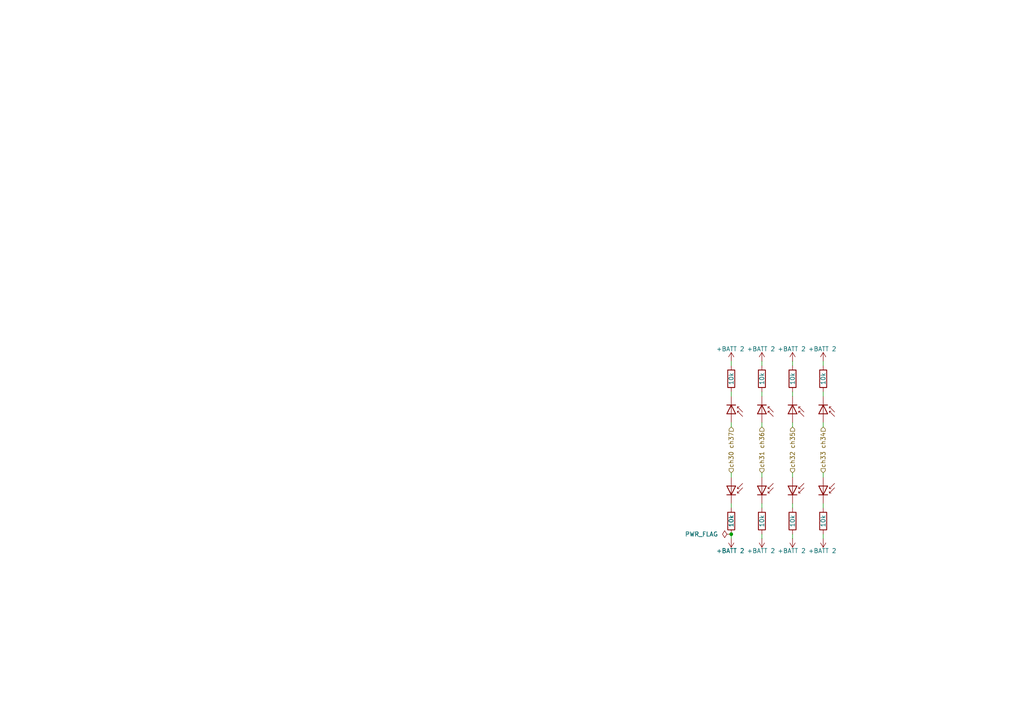
<source format=kicad_sch>
(kicad_sch (version 20231120) (generator "eeschema") (generator_version "8.0")
  (paper "A4")
  (lib_symbols
    (symbol "Device:D_SiPM" (pin_numbers hide) (pin_names hide)
      (property "Reference" "D" (at 1.778 1.778 0))
      (property "Value" "D_SiPM" (at 0.254 -2.794 0))
      (symbol "D_SiPM_0_1"
        (polyline (pts (xy -1.27 0) (xy 1.27 0)))
        (polyline (pts (xy -1.27 1.27) (xy -1.27 -1.27)) (stroke (width 0.254)))
        (polyline (pts (xy -0.762 1.778) (xy -0.254 1.778)))
        (polyline (pts (xy 1.27 1.27) (xy 1.27 -1.27)) (stroke (width 0.254)))
        (polyline (pts (xy 0.762 3.302) (xy -0.762 1.778) (xy -0.762 2.286)))
        (polyline (pts (xy 1.27 1.27) (xy -1.27 0) (xy 1.27 -1.27)) (stroke (width 0.254)))
        (polyline (pts (xy 2.032 3.302) (xy 0.508 1.778) (xy 0.508 2.286) (xy 0.508 1.778) (xy 1.016 1.778)))
      )
      (symbol "D_SiPM_1_1"
        (pin passive line (at -3.81 0 0) (length 2.54) (name "K") (number "1"))
        (pin passive line (at 3.81 0 180) (length 2.54) (name "A") (number "2"))
      )
    )
    (symbol "Device:R" (pin_numbers hide) (pin_names (offset 0))
      (property "Reference" "R" (at 2.032 0 90))
      (property "Value" "R" (at 0 0 90))
      (symbol "R_0_1"
        (rectangle (start -1.016 -2.54) (end 1.016 2.54) (stroke (width 0.254)))
      )
      (symbol "R_1_1"
        (pin passive line (at 0 3.81 270) (length 1.27) (name "~") (number "1"))
        (pin passive line (at 0 -3.81 90) (length 1.27) (name "~") (number "2"))
      )
    )
    (symbol "power:+BATT" (power) (pin_numbers hide) (pin_names (offset 0) hide)
      (property "Value" "+BATT" (at 0 3.556 0))
      (symbol "+BATT_0_1"
        (polyline (pts (xy -0.762 1.27) (xy 0 2.54)))
        (polyline (pts (xy 0 0) (xy 0 2.54)))
        (polyline (pts (xy 0 2.54) (xy 0.762 1.27)))
      )
      (symbol "+BATT_1_1"
        (pin power_in line (at 0 0 90) (length 0) (name "~") (number "1"))
      )
    )
    (symbol "power:PWR_FLAG" (power) (pin_numbers hide) (pin_names (offset 0) hide)
      (property "Value" "PWR_FLAG" (at 0 3.81 0))
      (symbol "PWR_FLAG_0_0"
        (pin power_out line (at 0 0 90) (length 0) (name "~") (number "1"))
      )
      (symbol "PWR_FLAG_0_1"
        (polyline (pts (xy 0 0) (xy 0 1.27) (xy -1.016 1.905) (xy 0 2.54) (xy 1.016 1.905) (xy 0 1.27)))
      )
    )
  )
  (junction (at 212.09 154.94))
  (wire (pts (xy 238.76 146.05) (xy 238.76 147.32)))
  (wire (pts (xy 220.98 154.94) (xy 220.98 156.21)))
  (wire (pts (xy 238.76 137.16) (xy 238.76 138.43)))
  (wire (pts (xy 212.09 146.05) (xy 212.09 147.32)))
  (wire (pts (xy 229.87 137.16) (xy 229.87 138.43)))
  (wire (pts (xy 229.87 123.825) (xy 229.87 122.555)))
  (wire (pts (xy 220.98 114.935) (xy 220.98 113.665)))
  (wire (pts (xy 229.87 154.94) (xy 229.87 156.21)))
  (wire (pts (xy 220.98 123.825) (xy 220.98 122.555)))
  (wire (pts (xy 212.09 154.94) (xy 212.09 156.21)))
  (wire (pts (xy 212.09 123.825) (xy 212.09 122.555)))
  (wire (pts (xy 238.76 123.825) (xy 238.76 122.555)))
  (wire (pts (xy 238.76 114.935) (xy 238.76 113.665)))
  (wire (pts (xy 238.76 154.94) (xy 238.76 156.21)))
  (wire (pts (xy 212.09 106.045) (xy 212.09 104.775)))
  (wire (pts (xy 238.76 106.045) (xy 238.76 104.775)))
  (wire (pts (xy 229.87 114.935) (xy 229.87 113.665)))
  (wire (pts (xy 220.98 106.045) (xy 220.98 104.775)))
  (wire (pts (xy 220.98 146.05) (xy 220.98 147.32)))
  (wire (pts (xy 212.09 137.16) (xy 212.09 138.43)))
  (wire (pts (xy 220.98 137.16) (xy 220.98 138.43)))
  (wire (pts (xy 229.87 146.05) (xy 229.87 147.32)))
  (wire (pts (xy 212.09 114.935) (xy 212.09 113.665)))
  (wire (pts (xy 229.87 106.045) (xy 229.87 104.775)))
  (hierarchical_label "ch35" (shape input) (at 229.87 123.825 270))
  (hierarchical_label "ch34" (shape input) (at 238.76 123.825 270))
  (hierarchical_label "ch33" (shape input) (at 238.76 137.16 90))
  (hierarchical_label "ch31" (shape input) (at 220.98 137.16 90))
  (hierarchical_label "ch36" (shape input) (at 220.98 123.825 270))
  (hierarchical_label "ch37" (shape input) (at 212.09 123.825 270))
  (hierarchical_label "ch32" (shape input) (at 229.87 137.16 90))
  (hierarchical_label "ch30" (shape input) (at 212.09 137.16 90))
  (symbol (lib_id "Device:R") (at 212.09 151.13 0) (mirror x) (unit 1)
    (property "Reference" "R7" (effects (hide yes)))
    (property "Value" "10k" (at 212.09 151.13 90))
    (property "Footprint" "kicad-mza:0603" (effects (hide yes)))
    (property "Description" "Resistor" (effects (hide yes)))
  )
  (symbol (lib_id "Device:R") (at 229.87 109.855 0) (unit 1)
    (property "Reference" "R21" (effects (hide yes)))
    (property "Value" "10k" (at 229.87 109.855 90))
    (property "Footprint" "kicad-mza:0603" (effects (hide yes)))
    (property "Description" "Resistor" (effects (hide yes)))
  )
  (symbol (lib_id "Device:D_SiPM") (at 212.09 142.24 270) (mirror x) (unit 1)
    (property "Reference" "D7" (effects (hide yes)))
    (property "Value" "D_SiPM" (effects (hide yes)))
    (property "Footprint" "kicad-mza:Hamamatsu_S10362-11-100P-plus" (effects (hide yes)))
    (property "Description" "Silicon photomultiplier" (effects (hide yes)))
  )
  (symbol (lib_id "power:PWR_FLAG") (at 212.09 154.94 90) (unit 1)
    (property "Reference" "#FLG02" (effects (hide yes)))
    (property "Value" "PWR_FLAG" (at 208.28 154.9399 90) (effects (justify left)))
    (property "Description" "Special symbol for telling ERC where power comes from" (effects (hide yes)))
  )
  (symbol (lib_id "power:+BATT") (at 220.98 156.21 0) (mirror x) (unit 1)
    (property "Reference" "#PWR020" (effects (hide yes)))
    (property "Value" "+BATT 2" (at 220.726 159.766 0))
    (property "Description" "Power symbol creates a global label with name \"+BATT\"" (effects (hide yes)))
  )
  (symbol (lib_id "Device:R") (at 238.76 109.855 0) (unit 1)
    (property "Reference" "R22" (effects (hide yes)))
    (property "Value" "10k" (at 238.76 109.855 90))
    (property "Footprint" "kicad-mza:0603" (effects (hide yes)))
    (property "Description" "Resistor" (effects (hide yes)))
  )
  (symbol (lib_id "power:+BATT") (at 238.76 104.775 0) (unit 1)
    (property "Reference" "#PWR022" (effects (hide yes)))
    (property "Value" "+BATT 2" (at 238.506 101.219 0))
    (property "Description" "Power symbol creates a global label with name \"+BATT\"" (effects (hide yes)))
  )
  (symbol (lib_id "Device:R") (at 220.98 109.855 0) (unit 1)
    (property "Reference" "R19" (effects (hide yes)))
    (property "Value" "10k" (at 220.98 109.855 90))
    (property "Footprint" "kicad-mza:0603" (effects (hide yes)))
    (property "Description" "Resistor" (effects (hide yes)))
  )
  (symbol (lib_id "power:+BATT") (at 229.87 104.775 0) (unit 1)
    (property "Reference" "#PWR021" (effects (hide yes)))
    (property "Value" "+BATT 2" (at 229.616 101.219 0))
    (property "Description" "Power symbol creates a global label with name \"+BATT\"" (effects (hide yes)))
  )
  (symbol (lib_id "Device:D_SiPM") (at 220.98 142.24 270) (mirror x) (unit 1)
    (property "Reference" "D20" (effects (hide yes)))
    (property "Value" "D_SiPM" (effects (hide yes)))
    (property "Footprint" "kicad-mza:Hamamatsu_S10362-11-100P-plus" (effects (hide yes)))
    (property "Description" "Silicon photomultiplier" (effects (hide yes)))
  )
  (symbol (lib_id "Device:D_SiPM") (at 238.76 118.745 270) (unit 1)
    (property "Reference" "D22" (effects (hide yes)))
    (property "Value" "D_SiPM" (effects (hide yes)))
    (property "Footprint" "kicad-mza:Hamamatsu_S10362-11-100P-plus" (effects (hide yes)))
    (property "Description" "Silicon photomultiplier" (effects (hide yes)))
  )
  (symbol (lib_id "Device:D_SiPM") (at 212.09 118.745 270) (unit 1)
    (property "Reference" "D18" (effects (hide yes)))
    (property "Value" "D_SiPM" (effects (hide yes)))
    (property "Footprint" "kicad-mza:Hamamatsu_S10362-11-100P-plus" (effects (hide yes)))
    (property "Description" "Silicon photomultiplier" (effects (hide yes)))
  )
  (symbol (lib_id "Device:D_SiPM") (at 229.87 118.745 270) (unit 1)
    (property "Reference" "D21" (effects (hide yes)))
    (property "Value" "D_SiPM" (effects (hide yes)))
    (property "Footprint" "kicad-mza:Hamamatsu_S10362-11-100P-plus" (effects (hide yes)))
    (property "Description" "Silicon photomultiplier" (effects (hide yes)))
  )
  (symbol (lib_id "Device:D_SiPM") (at 220.98 118.745 270) (unit 1)
    (property "Reference" "D19" (effects (hide yes)))
    (property "Value" "D_SiPM" (effects (hide yes)))
    (property "Footprint" "kicad-mza:Hamamatsu_S10362-11-100P-plus" (effects (hide yes)))
    (property "Description" "Silicon photomultiplier" (effects (hide yes)))
  )
  (symbol (lib_id "power:+BATT") (at 212.09 156.21 0) (mirror x) (unit 1)
    (property "Reference" "#PWR07" (effects (hide yes)))
    (property "Value" "+BATT 2" (at 211.836 159.766 0))
    (property "Description" "Power symbol creates a global label with name \"+BATT\"" (effects (hide yes)))
  )
  (symbol (lib_id "Device:R") (at 229.87 151.13 0) (mirror x) (unit 1)
    (property "Reference" "R15" (effects (hide yes)))
    (property "Value" "10k" (at 229.87 151.13 90))
    (property "Footprint" "kicad-mza:0603" (effects (hide yes)))
    (property "Description" "Resistor" (effects (hide yes)))
  )
  (symbol (lib_id "power:+BATT") (at 212.09 104.775 0) (unit 1)
    (property "Reference" "#PWR018" (effects (hide yes)))
    (property "Value" "+BATT 2" (at 211.836 101.219 0))
    (property "Description" "Power symbol creates a global label with name \"+BATT\"" (effects (hide yes)))
  )
  (symbol (lib_id "Device:D_SiPM") (at 229.87 142.24 270) (mirror x) (unit 1)
    (property "Reference" "D15" (effects (hide yes)))
    (property "Value" "D_SiPM" (effects (hide yes)))
    (property "Footprint" "kicad-mza:Hamamatsu_S10362-11-100P-plus" (effects (hide yes)))
    (property "Description" "Silicon photomultiplier" (effects (hide yes)))
  )
  (symbol (lib_id "Device:R") (at 238.76 151.13 0) (mirror x) (unit 1)
    (property "Reference" "R17" (effects (hide yes)))
    (property "Value" "10k" (at 238.76 151.13 90))
    (property "Footprint" "kicad-mza:0603" (effects (hide yes)))
    (property "Description" "Resistor" (effects (hide yes)))
  )
  (symbol (lib_id "power:+BATT") (at 229.87 156.21 0) (mirror x) (unit 1)
    (property "Reference" "#PWR015" (effects (hide yes)))
    (property "Value" "+BATT 2" (at 229.616 159.766 0))
    (property "Description" "Power symbol creates a global label with name \"+BATT\"" (effects (hide yes)))
  )
  (symbol (lib_id "Device:D_SiPM") (at 238.76 142.24 270) (mirror x) (unit 1)
    (property "Reference" "D17" (effects (hide yes)))
    (property "Value" "D_SiPM" (effects (hide yes)))
    (property "Footprint" "kicad-mza:Hamamatsu_S10362-11-100P-plus" (effects (hide yes)))
    (property "Description" "Silicon photomultiplier" (effects (hide yes)))
  )
  (symbol (lib_id "power:+BATT") (at 220.98 104.775 0) (unit 1)
    (property "Reference" "#PWR019" (effects (hide yes)))
    (property "Value" "+BATT 2" (at 220.726 101.219 0))
    (property "Description" "Power symbol creates a global label with name \"+BATT\"" (effects (hide yes)))
  )
  (symbol (lib_id "Device:R") (at 220.98 151.13 0) (mirror x) (unit 1)
    (property "Reference" "R20" (effects (hide yes)))
    (property "Value" "10k" (at 220.98 151.13 90))
    (property "Footprint" "kicad-mza:0603" (effects (hide yes)))
    (property "Description" "Resistor" (effects (hide yes)))
  )
  (symbol (lib_id "Device:R") (at 212.09 109.855 0) (unit 1)
    (property "Reference" "R18" (effects (hide yes)))
    (property "Value" "10k" (at 212.09 109.855 90))
    (property "Footprint" "kicad-mza:0603" (effects (hide yes)))
    (property "Description" "Resistor" (effects (hide yes)))
  )
  (symbol (lib_id "power:+BATT") (at 238.76 156.21 0) (mirror x) (unit 1)
    (property "Reference" "#PWR017" (effects (hide yes)))
    (property "Value" "+BATT 2" (at 238.506 159.766 0))
    (property "Description" "Power symbol creates a global label with name \"+BATT\"" (effects (hide yes)))
  )
)
</source>
